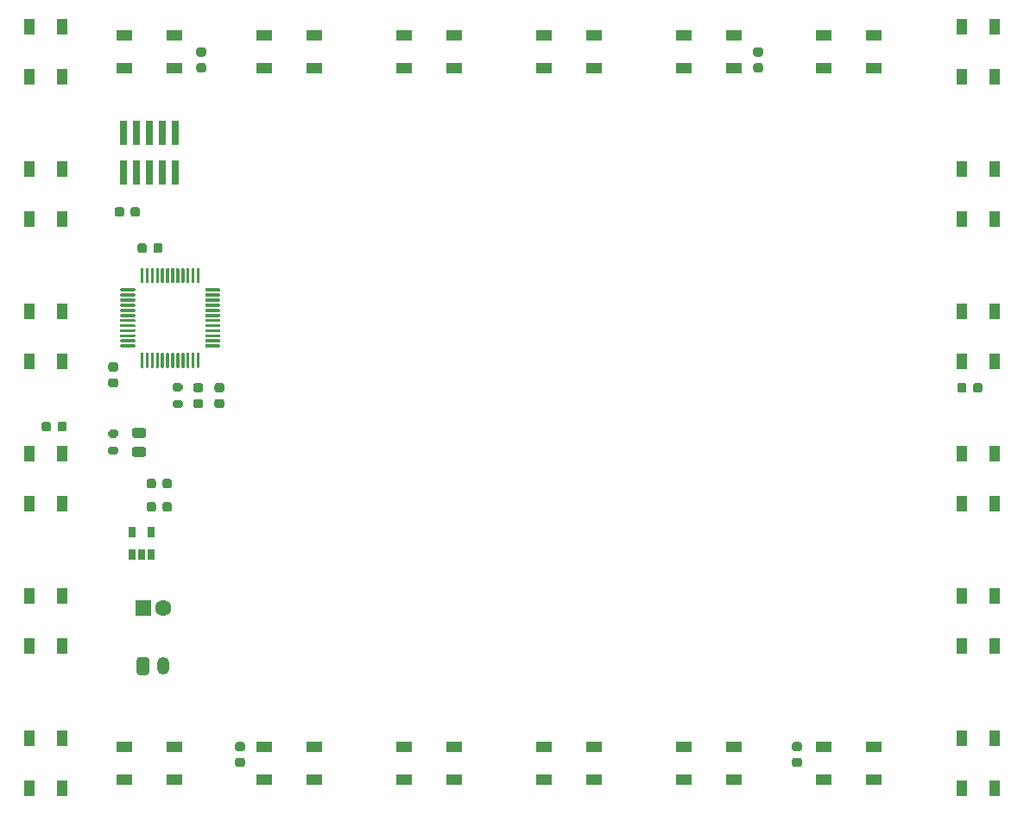
<source format=gts>
%TF.GenerationSoftware,KiCad,Pcbnew,5.1.10*%
%TF.CreationDate,2021-05-09T20:03:51-07:00*%
%TF.ProjectId,ECE148_LED,45434531-3438-45f4-9c45-442e6b696361,rev?*%
%TF.SameCoordinates,Original*%
%TF.FileFunction,Soldermask,Top*%
%TF.FilePolarity,Negative*%
%FSLAX46Y46*%
G04 Gerber Fmt 4.6, Leading zero omitted, Abs format (unit mm)*
G04 Created by KiCad (PCBNEW 5.1.10) date 2021-05-09 20:03:51*
%MOMM*%
%LPD*%
G01*
G04 APERTURE LIST*
%ADD10R,0.740000X2.400000*%
%ADD11R,1.500000X1.000000*%
%ADD12C,1.600000*%
%ADD13R,1.600000X1.600000*%
%ADD14R,0.650000X1.060000*%
%ADD15O,1.200000X1.750000*%
%ADD16R,1.000000X1.500000*%
G04 APERTURE END LIST*
G36*
G01*
X50652000Y-62682000D02*
X50652000Y-64007000D01*
G75*
G02*
X50577000Y-64082000I-75000J0D01*
G01*
X50427000Y-64082000D01*
G75*
G02*
X50352000Y-64007000I0J75000D01*
G01*
X50352000Y-62682000D01*
G75*
G02*
X50427000Y-62607000I75000J0D01*
G01*
X50577000Y-62607000D01*
G75*
G02*
X50652000Y-62682000I0J-75000D01*
G01*
G37*
G36*
G01*
X50152000Y-62682000D02*
X50152000Y-64007000D01*
G75*
G02*
X50077000Y-64082000I-75000J0D01*
G01*
X49927000Y-64082000D01*
G75*
G02*
X49852000Y-64007000I0J75000D01*
G01*
X49852000Y-62682000D01*
G75*
G02*
X49927000Y-62607000I75000J0D01*
G01*
X50077000Y-62607000D01*
G75*
G02*
X50152000Y-62682000I0J-75000D01*
G01*
G37*
G36*
G01*
X49652000Y-62682000D02*
X49652000Y-64007000D01*
G75*
G02*
X49577000Y-64082000I-75000J0D01*
G01*
X49427000Y-64082000D01*
G75*
G02*
X49352000Y-64007000I0J75000D01*
G01*
X49352000Y-62682000D01*
G75*
G02*
X49427000Y-62607000I75000J0D01*
G01*
X49577000Y-62607000D01*
G75*
G02*
X49652000Y-62682000I0J-75000D01*
G01*
G37*
G36*
G01*
X49152000Y-62682000D02*
X49152000Y-64007000D01*
G75*
G02*
X49077000Y-64082000I-75000J0D01*
G01*
X48927000Y-64082000D01*
G75*
G02*
X48852000Y-64007000I0J75000D01*
G01*
X48852000Y-62682000D01*
G75*
G02*
X48927000Y-62607000I75000J0D01*
G01*
X49077000Y-62607000D01*
G75*
G02*
X49152000Y-62682000I0J-75000D01*
G01*
G37*
G36*
G01*
X48652000Y-62682000D02*
X48652000Y-64007000D01*
G75*
G02*
X48577000Y-64082000I-75000J0D01*
G01*
X48427000Y-64082000D01*
G75*
G02*
X48352000Y-64007000I0J75000D01*
G01*
X48352000Y-62682000D01*
G75*
G02*
X48427000Y-62607000I75000J0D01*
G01*
X48577000Y-62607000D01*
G75*
G02*
X48652000Y-62682000I0J-75000D01*
G01*
G37*
G36*
G01*
X48152000Y-62682000D02*
X48152000Y-64007000D01*
G75*
G02*
X48077000Y-64082000I-75000J0D01*
G01*
X47927000Y-64082000D01*
G75*
G02*
X47852000Y-64007000I0J75000D01*
G01*
X47852000Y-62682000D01*
G75*
G02*
X47927000Y-62607000I75000J0D01*
G01*
X48077000Y-62607000D01*
G75*
G02*
X48152000Y-62682000I0J-75000D01*
G01*
G37*
G36*
G01*
X47652000Y-62682000D02*
X47652000Y-64007000D01*
G75*
G02*
X47577000Y-64082000I-75000J0D01*
G01*
X47427000Y-64082000D01*
G75*
G02*
X47352000Y-64007000I0J75000D01*
G01*
X47352000Y-62682000D01*
G75*
G02*
X47427000Y-62607000I75000J0D01*
G01*
X47577000Y-62607000D01*
G75*
G02*
X47652000Y-62682000I0J-75000D01*
G01*
G37*
G36*
G01*
X47152000Y-62682000D02*
X47152000Y-64007000D01*
G75*
G02*
X47077000Y-64082000I-75000J0D01*
G01*
X46927000Y-64082000D01*
G75*
G02*
X46852000Y-64007000I0J75000D01*
G01*
X46852000Y-62682000D01*
G75*
G02*
X46927000Y-62607000I75000J0D01*
G01*
X47077000Y-62607000D01*
G75*
G02*
X47152000Y-62682000I0J-75000D01*
G01*
G37*
G36*
G01*
X46652000Y-62682000D02*
X46652000Y-64007000D01*
G75*
G02*
X46577000Y-64082000I-75000J0D01*
G01*
X46427000Y-64082000D01*
G75*
G02*
X46352000Y-64007000I0J75000D01*
G01*
X46352000Y-62682000D01*
G75*
G02*
X46427000Y-62607000I75000J0D01*
G01*
X46577000Y-62607000D01*
G75*
G02*
X46652000Y-62682000I0J-75000D01*
G01*
G37*
G36*
G01*
X46152000Y-62682000D02*
X46152000Y-64007000D01*
G75*
G02*
X46077000Y-64082000I-75000J0D01*
G01*
X45927000Y-64082000D01*
G75*
G02*
X45852000Y-64007000I0J75000D01*
G01*
X45852000Y-62682000D01*
G75*
G02*
X45927000Y-62607000I75000J0D01*
G01*
X46077000Y-62607000D01*
G75*
G02*
X46152000Y-62682000I0J-75000D01*
G01*
G37*
G36*
G01*
X45652000Y-62682000D02*
X45652000Y-64007000D01*
G75*
G02*
X45577000Y-64082000I-75000J0D01*
G01*
X45427000Y-64082000D01*
G75*
G02*
X45352000Y-64007000I0J75000D01*
G01*
X45352000Y-62682000D01*
G75*
G02*
X45427000Y-62607000I75000J0D01*
G01*
X45577000Y-62607000D01*
G75*
G02*
X45652000Y-62682000I0J-75000D01*
G01*
G37*
G36*
G01*
X45152000Y-62682000D02*
X45152000Y-64007000D01*
G75*
G02*
X45077000Y-64082000I-75000J0D01*
G01*
X44927000Y-64082000D01*
G75*
G02*
X44852000Y-64007000I0J75000D01*
G01*
X44852000Y-62682000D01*
G75*
G02*
X44927000Y-62607000I75000J0D01*
G01*
X45077000Y-62607000D01*
G75*
G02*
X45152000Y-62682000I0J-75000D01*
G01*
G37*
G36*
G01*
X44327000Y-61857000D02*
X44327000Y-62007000D01*
G75*
G02*
X44252000Y-62082000I-75000J0D01*
G01*
X42927000Y-62082000D01*
G75*
G02*
X42852000Y-62007000I0J75000D01*
G01*
X42852000Y-61857000D01*
G75*
G02*
X42927000Y-61782000I75000J0D01*
G01*
X44252000Y-61782000D01*
G75*
G02*
X44327000Y-61857000I0J-75000D01*
G01*
G37*
G36*
G01*
X44327000Y-61357000D02*
X44327000Y-61507000D01*
G75*
G02*
X44252000Y-61582000I-75000J0D01*
G01*
X42927000Y-61582000D01*
G75*
G02*
X42852000Y-61507000I0J75000D01*
G01*
X42852000Y-61357000D01*
G75*
G02*
X42927000Y-61282000I75000J0D01*
G01*
X44252000Y-61282000D01*
G75*
G02*
X44327000Y-61357000I0J-75000D01*
G01*
G37*
G36*
G01*
X44327000Y-60857000D02*
X44327000Y-61007000D01*
G75*
G02*
X44252000Y-61082000I-75000J0D01*
G01*
X42927000Y-61082000D01*
G75*
G02*
X42852000Y-61007000I0J75000D01*
G01*
X42852000Y-60857000D01*
G75*
G02*
X42927000Y-60782000I75000J0D01*
G01*
X44252000Y-60782000D01*
G75*
G02*
X44327000Y-60857000I0J-75000D01*
G01*
G37*
G36*
G01*
X44327000Y-60357000D02*
X44327000Y-60507000D01*
G75*
G02*
X44252000Y-60582000I-75000J0D01*
G01*
X42927000Y-60582000D01*
G75*
G02*
X42852000Y-60507000I0J75000D01*
G01*
X42852000Y-60357000D01*
G75*
G02*
X42927000Y-60282000I75000J0D01*
G01*
X44252000Y-60282000D01*
G75*
G02*
X44327000Y-60357000I0J-75000D01*
G01*
G37*
G36*
G01*
X44327000Y-59857000D02*
X44327000Y-60007000D01*
G75*
G02*
X44252000Y-60082000I-75000J0D01*
G01*
X42927000Y-60082000D01*
G75*
G02*
X42852000Y-60007000I0J75000D01*
G01*
X42852000Y-59857000D01*
G75*
G02*
X42927000Y-59782000I75000J0D01*
G01*
X44252000Y-59782000D01*
G75*
G02*
X44327000Y-59857000I0J-75000D01*
G01*
G37*
G36*
G01*
X44327000Y-59357000D02*
X44327000Y-59507000D01*
G75*
G02*
X44252000Y-59582000I-75000J0D01*
G01*
X42927000Y-59582000D01*
G75*
G02*
X42852000Y-59507000I0J75000D01*
G01*
X42852000Y-59357000D01*
G75*
G02*
X42927000Y-59282000I75000J0D01*
G01*
X44252000Y-59282000D01*
G75*
G02*
X44327000Y-59357000I0J-75000D01*
G01*
G37*
G36*
G01*
X44327000Y-58857000D02*
X44327000Y-59007000D01*
G75*
G02*
X44252000Y-59082000I-75000J0D01*
G01*
X42927000Y-59082000D01*
G75*
G02*
X42852000Y-59007000I0J75000D01*
G01*
X42852000Y-58857000D01*
G75*
G02*
X42927000Y-58782000I75000J0D01*
G01*
X44252000Y-58782000D01*
G75*
G02*
X44327000Y-58857000I0J-75000D01*
G01*
G37*
G36*
G01*
X44327000Y-58357000D02*
X44327000Y-58507000D01*
G75*
G02*
X44252000Y-58582000I-75000J0D01*
G01*
X42927000Y-58582000D01*
G75*
G02*
X42852000Y-58507000I0J75000D01*
G01*
X42852000Y-58357000D01*
G75*
G02*
X42927000Y-58282000I75000J0D01*
G01*
X44252000Y-58282000D01*
G75*
G02*
X44327000Y-58357000I0J-75000D01*
G01*
G37*
G36*
G01*
X44327000Y-57857000D02*
X44327000Y-58007000D01*
G75*
G02*
X44252000Y-58082000I-75000J0D01*
G01*
X42927000Y-58082000D01*
G75*
G02*
X42852000Y-58007000I0J75000D01*
G01*
X42852000Y-57857000D01*
G75*
G02*
X42927000Y-57782000I75000J0D01*
G01*
X44252000Y-57782000D01*
G75*
G02*
X44327000Y-57857000I0J-75000D01*
G01*
G37*
G36*
G01*
X44327000Y-57357000D02*
X44327000Y-57507000D01*
G75*
G02*
X44252000Y-57582000I-75000J0D01*
G01*
X42927000Y-57582000D01*
G75*
G02*
X42852000Y-57507000I0J75000D01*
G01*
X42852000Y-57357000D01*
G75*
G02*
X42927000Y-57282000I75000J0D01*
G01*
X44252000Y-57282000D01*
G75*
G02*
X44327000Y-57357000I0J-75000D01*
G01*
G37*
G36*
G01*
X44327000Y-56857000D02*
X44327000Y-57007000D01*
G75*
G02*
X44252000Y-57082000I-75000J0D01*
G01*
X42927000Y-57082000D01*
G75*
G02*
X42852000Y-57007000I0J75000D01*
G01*
X42852000Y-56857000D01*
G75*
G02*
X42927000Y-56782000I75000J0D01*
G01*
X44252000Y-56782000D01*
G75*
G02*
X44327000Y-56857000I0J-75000D01*
G01*
G37*
G36*
G01*
X44327000Y-56357000D02*
X44327000Y-56507000D01*
G75*
G02*
X44252000Y-56582000I-75000J0D01*
G01*
X42927000Y-56582000D01*
G75*
G02*
X42852000Y-56507000I0J75000D01*
G01*
X42852000Y-56357000D01*
G75*
G02*
X42927000Y-56282000I75000J0D01*
G01*
X44252000Y-56282000D01*
G75*
G02*
X44327000Y-56357000I0J-75000D01*
G01*
G37*
G36*
G01*
X45152000Y-54357000D02*
X45152000Y-55682000D01*
G75*
G02*
X45077000Y-55757000I-75000J0D01*
G01*
X44927000Y-55757000D01*
G75*
G02*
X44852000Y-55682000I0J75000D01*
G01*
X44852000Y-54357000D01*
G75*
G02*
X44927000Y-54282000I75000J0D01*
G01*
X45077000Y-54282000D01*
G75*
G02*
X45152000Y-54357000I0J-75000D01*
G01*
G37*
G36*
G01*
X45652000Y-54357000D02*
X45652000Y-55682000D01*
G75*
G02*
X45577000Y-55757000I-75000J0D01*
G01*
X45427000Y-55757000D01*
G75*
G02*
X45352000Y-55682000I0J75000D01*
G01*
X45352000Y-54357000D01*
G75*
G02*
X45427000Y-54282000I75000J0D01*
G01*
X45577000Y-54282000D01*
G75*
G02*
X45652000Y-54357000I0J-75000D01*
G01*
G37*
G36*
G01*
X46152000Y-54357000D02*
X46152000Y-55682000D01*
G75*
G02*
X46077000Y-55757000I-75000J0D01*
G01*
X45927000Y-55757000D01*
G75*
G02*
X45852000Y-55682000I0J75000D01*
G01*
X45852000Y-54357000D01*
G75*
G02*
X45927000Y-54282000I75000J0D01*
G01*
X46077000Y-54282000D01*
G75*
G02*
X46152000Y-54357000I0J-75000D01*
G01*
G37*
G36*
G01*
X46652000Y-54357000D02*
X46652000Y-55682000D01*
G75*
G02*
X46577000Y-55757000I-75000J0D01*
G01*
X46427000Y-55757000D01*
G75*
G02*
X46352000Y-55682000I0J75000D01*
G01*
X46352000Y-54357000D01*
G75*
G02*
X46427000Y-54282000I75000J0D01*
G01*
X46577000Y-54282000D01*
G75*
G02*
X46652000Y-54357000I0J-75000D01*
G01*
G37*
G36*
G01*
X47152000Y-54357000D02*
X47152000Y-55682000D01*
G75*
G02*
X47077000Y-55757000I-75000J0D01*
G01*
X46927000Y-55757000D01*
G75*
G02*
X46852000Y-55682000I0J75000D01*
G01*
X46852000Y-54357000D01*
G75*
G02*
X46927000Y-54282000I75000J0D01*
G01*
X47077000Y-54282000D01*
G75*
G02*
X47152000Y-54357000I0J-75000D01*
G01*
G37*
G36*
G01*
X47652000Y-54357000D02*
X47652000Y-55682000D01*
G75*
G02*
X47577000Y-55757000I-75000J0D01*
G01*
X47427000Y-55757000D01*
G75*
G02*
X47352000Y-55682000I0J75000D01*
G01*
X47352000Y-54357000D01*
G75*
G02*
X47427000Y-54282000I75000J0D01*
G01*
X47577000Y-54282000D01*
G75*
G02*
X47652000Y-54357000I0J-75000D01*
G01*
G37*
G36*
G01*
X48152000Y-54357000D02*
X48152000Y-55682000D01*
G75*
G02*
X48077000Y-55757000I-75000J0D01*
G01*
X47927000Y-55757000D01*
G75*
G02*
X47852000Y-55682000I0J75000D01*
G01*
X47852000Y-54357000D01*
G75*
G02*
X47927000Y-54282000I75000J0D01*
G01*
X48077000Y-54282000D01*
G75*
G02*
X48152000Y-54357000I0J-75000D01*
G01*
G37*
G36*
G01*
X48652000Y-54357000D02*
X48652000Y-55682000D01*
G75*
G02*
X48577000Y-55757000I-75000J0D01*
G01*
X48427000Y-55757000D01*
G75*
G02*
X48352000Y-55682000I0J75000D01*
G01*
X48352000Y-54357000D01*
G75*
G02*
X48427000Y-54282000I75000J0D01*
G01*
X48577000Y-54282000D01*
G75*
G02*
X48652000Y-54357000I0J-75000D01*
G01*
G37*
G36*
G01*
X49152000Y-54357000D02*
X49152000Y-55682000D01*
G75*
G02*
X49077000Y-55757000I-75000J0D01*
G01*
X48927000Y-55757000D01*
G75*
G02*
X48852000Y-55682000I0J75000D01*
G01*
X48852000Y-54357000D01*
G75*
G02*
X48927000Y-54282000I75000J0D01*
G01*
X49077000Y-54282000D01*
G75*
G02*
X49152000Y-54357000I0J-75000D01*
G01*
G37*
G36*
G01*
X49652000Y-54357000D02*
X49652000Y-55682000D01*
G75*
G02*
X49577000Y-55757000I-75000J0D01*
G01*
X49427000Y-55757000D01*
G75*
G02*
X49352000Y-55682000I0J75000D01*
G01*
X49352000Y-54357000D01*
G75*
G02*
X49427000Y-54282000I75000J0D01*
G01*
X49577000Y-54282000D01*
G75*
G02*
X49652000Y-54357000I0J-75000D01*
G01*
G37*
G36*
G01*
X50152000Y-54357000D02*
X50152000Y-55682000D01*
G75*
G02*
X50077000Y-55757000I-75000J0D01*
G01*
X49927000Y-55757000D01*
G75*
G02*
X49852000Y-55682000I0J75000D01*
G01*
X49852000Y-54357000D01*
G75*
G02*
X49927000Y-54282000I75000J0D01*
G01*
X50077000Y-54282000D01*
G75*
G02*
X50152000Y-54357000I0J-75000D01*
G01*
G37*
G36*
G01*
X50652000Y-54357000D02*
X50652000Y-55682000D01*
G75*
G02*
X50577000Y-55757000I-75000J0D01*
G01*
X50427000Y-55757000D01*
G75*
G02*
X50352000Y-55682000I0J75000D01*
G01*
X50352000Y-54357000D01*
G75*
G02*
X50427000Y-54282000I75000J0D01*
G01*
X50577000Y-54282000D01*
G75*
G02*
X50652000Y-54357000I0J-75000D01*
G01*
G37*
G36*
G01*
X52652000Y-56357000D02*
X52652000Y-56507000D01*
G75*
G02*
X52577000Y-56582000I-75000J0D01*
G01*
X51252000Y-56582000D01*
G75*
G02*
X51177000Y-56507000I0J75000D01*
G01*
X51177000Y-56357000D01*
G75*
G02*
X51252000Y-56282000I75000J0D01*
G01*
X52577000Y-56282000D01*
G75*
G02*
X52652000Y-56357000I0J-75000D01*
G01*
G37*
G36*
G01*
X52652000Y-56857000D02*
X52652000Y-57007000D01*
G75*
G02*
X52577000Y-57082000I-75000J0D01*
G01*
X51252000Y-57082000D01*
G75*
G02*
X51177000Y-57007000I0J75000D01*
G01*
X51177000Y-56857000D01*
G75*
G02*
X51252000Y-56782000I75000J0D01*
G01*
X52577000Y-56782000D01*
G75*
G02*
X52652000Y-56857000I0J-75000D01*
G01*
G37*
G36*
G01*
X52652000Y-57357000D02*
X52652000Y-57507000D01*
G75*
G02*
X52577000Y-57582000I-75000J0D01*
G01*
X51252000Y-57582000D01*
G75*
G02*
X51177000Y-57507000I0J75000D01*
G01*
X51177000Y-57357000D01*
G75*
G02*
X51252000Y-57282000I75000J0D01*
G01*
X52577000Y-57282000D01*
G75*
G02*
X52652000Y-57357000I0J-75000D01*
G01*
G37*
G36*
G01*
X52652000Y-57857000D02*
X52652000Y-58007000D01*
G75*
G02*
X52577000Y-58082000I-75000J0D01*
G01*
X51252000Y-58082000D01*
G75*
G02*
X51177000Y-58007000I0J75000D01*
G01*
X51177000Y-57857000D01*
G75*
G02*
X51252000Y-57782000I75000J0D01*
G01*
X52577000Y-57782000D01*
G75*
G02*
X52652000Y-57857000I0J-75000D01*
G01*
G37*
G36*
G01*
X52652000Y-58357000D02*
X52652000Y-58507000D01*
G75*
G02*
X52577000Y-58582000I-75000J0D01*
G01*
X51252000Y-58582000D01*
G75*
G02*
X51177000Y-58507000I0J75000D01*
G01*
X51177000Y-58357000D01*
G75*
G02*
X51252000Y-58282000I75000J0D01*
G01*
X52577000Y-58282000D01*
G75*
G02*
X52652000Y-58357000I0J-75000D01*
G01*
G37*
G36*
G01*
X52652000Y-58857000D02*
X52652000Y-59007000D01*
G75*
G02*
X52577000Y-59082000I-75000J0D01*
G01*
X51252000Y-59082000D01*
G75*
G02*
X51177000Y-59007000I0J75000D01*
G01*
X51177000Y-58857000D01*
G75*
G02*
X51252000Y-58782000I75000J0D01*
G01*
X52577000Y-58782000D01*
G75*
G02*
X52652000Y-58857000I0J-75000D01*
G01*
G37*
G36*
G01*
X52652000Y-59357000D02*
X52652000Y-59507000D01*
G75*
G02*
X52577000Y-59582000I-75000J0D01*
G01*
X51252000Y-59582000D01*
G75*
G02*
X51177000Y-59507000I0J75000D01*
G01*
X51177000Y-59357000D01*
G75*
G02*
X51252000Y-59282000I75000J0D01*
G01*
X52577000Y-59282000D01*
G75*
G02*
X52652000Y-59357000I0J-75000D01*
G01*
G37*
G36*
G01*
X52652000Y-59857000D02*
X52652000Y-60007000D01*
G75*
G02*
X52577000Y-60082000I-75000J0D01*
G01*
X51252000Y-60082000D01*
G75*
G02*
X51177000Y-60007000I0J75000D01*
G01*
X51177000Y-59857000D01*
G75*
G02*
X51252000Y-59782000I75000J0D01*
G01*
X52577000Y-59782000D01*
G75*
G02*
X52652000Y-59857000I0J-75000D01*
G01*
G37*
G36*
G01*
X52652000Y-60357000D02*
X52652000Y-60507000D01*
G75*
G02*
X52577000Y-60582000I-75000J0D01*
G01*
X51252000Y-60582000D01*
G75*
G02*
X51177000Y-60507000I0J75000D01*
G01*
X51177000Y-60357000D01*
G75*
G02*
X51252000Y-60282000I75000J0D01*
G01*
X52577000Y-60282000D01*
G75*
G02*
X52652000Y-60357000I0J-75000D01*
G01*
G37*
G36*
G01*
X52652000Y-60857000D02*
X52652000Y-61007000D01*
G75*
G02*
X52577000Y-61082000I-75000J0D01*
G01*
X51252000Y-61082000D01*
G75*
G02*
X51177000Y-61007000I0J75000D01*
G01*
X51177000Y-60857000D01*
G75*
G02*
X51252000Y-60782000I75000J0D01*
G01*
X52577000Y-60782000D01*
G75*
G02*
X52652000Y-60857000I0J-75000D01*
G01*
G37*
G36*
G01*
X52652000Y-61357000D02*
X52652000Y-61507000D01*
G75*
G02*
X52577000Y-61582000I-75000J0D01*
G01*
X51252000Y-61582000D01*
G75*
G02*
X51177000Y-61507000I0J75000D01*
G01*
X51177000Y-61357000D01*
G75*
G02*
X51252000Y-61282000I75000J0D01*
G01*
X52577000Y-61282000D01*
G75*
G02*
X52652000Y-61357000I0J-75000D01*
G01*
G37*
G36*
G01*
X52652000Y-61857000D02*
X52652000Y-62007000D01*
G75*
G02*
X52577000Y-62082000I-75000J0D01*
G01*
X51252000Y-62082000D01*
G75*
G02*
X51177000Y-62007000I0J75000D01*
G01*
X51177000Y-61857000D01*
G75*
G02*
X51252000Y-61782000I75000J0D01*
G01*
X52577000Y-61782000D01*
G75*
G02*
X52652000Y-61857000I0J-75000D01*
G01*
G37*
D10*
X43180000Y-44876000D03*
X43180000Y-40976000D03*
X44450000Y-44876000D03*
X44450000Y-40976000D03*
X45720000Y-44876000D03*
X45720000Y-40976000D03*
X46990000Y-44876000D03*
X46990000Y-40976000D03*
X48260000Y-44876000D03*
X48260000Y-40976000D03*
D11*
X84418000Y-101270000D03*
X84418000Y-104470000D03*
X89318000Y-101270000D03*
X89318000Y-104470000D03*
X98134000Y-101270000D03*
X98134000Y-104470000D03*
X103034000Y-101270000D03*
X103034000Y-104470000D03*
X70702000Y-101270000D03*
X70702000Y-104470000D03*
X75602000Y-101270000D03*
X75602000Y-104470000D03*
G36*
G01*
X36060000Y-69600000D02*
X36060000Y-70100000D01*
G75*
G02*
X35835000Y-70325000I-225000J0D01*
G01*
X35385000Y-70325000D01*
G75*
G02*
X35160000Y-70100000I0J225000D01*
G01*
X35160000Y-69600000D01*
G75*
G02*
X35385000Y-69375000I225000J0D01*
G01*
X35835000Y-69375000D01*
G75*
G02*
X36060000Y-69600000I0J-225000D01*
G01*
G37*
G36*
G01*
X37610000Y-69600000D02*
X37610000Y-70100000D01*
G75*
G02*
X37385000Y-70325000I-225000J0D01*
G01*
X36935000Y-70325000D01*
G75*
G02*
X36710000Y-70100000I0J225000D01*
G01*
X36710000Y-69600000D01*
G75*
G02*
X36935000Y-69375000I225000J0D01*
G01*
X37385000Y-69375000D01*
G75*
G02*
X37610000Y-69600000I0J-225000D01*
G01*
G37*
G36*
G01*
X54360000Y-102370000D02*
X54860000Y-102370000D01*
G75*
G02*
X55085000Y-102595000I0J-225000D01*
G01*
X55085000Y-103045000D01*
G75*
G02*
X54860000Y-103270000I-225000J0D01*
G01*
X54360000Y-103270000D01*
G75*
G02*
X54135000Y-103045000I0J225000D01*
G01*
X54135000Y-102595000D01*
G75*
G02*
X54360000Y-102370000I225000J0D01*
G01*
G37*
G36*
G01*
X54360000Y-100820000D02*
X54860000Y-100820000D01*
G75*
G02*
X55085000Y-101045000I0J-225000D01*
G01*
X55085000Y-101495000D01*
G75*
G02*
X54860000Y-101720000I-225000J0D01*
G01*
X54360000Y-101720000D01*
G75*
G02*
X54135000Y-101495000I0J225000D01*
G01*
X54135000Y-101045000D01*
G75*
G02*
X54360000Y-100820000I225000J0D01*
G01*
G37*
G36*
G01*
X108970000Y-102370000D02*
X109470000Y-102370000D01*
G75*
G02*
X109695000Y-102595000I0J-225000D01*
G01*
X109695000Y-103045000D01*
G75*
G02*
X109470000Y-103270000I-225000J0D01*
G01*
X108970000Y-103270000D01*
G75*
G02*
X108745000Y-103045000I0J225000D01*
G01*
X108745000Y-102595000D01*
G75*
G02*
X108970000Y-102370000I225000J0D01*
G01*
G37*
G36*
G01*
X108970000Y-100820000D02*
X109470000Y-100820000D01*
G75*
G02*
X109695000Y-101045000I0J-225000D01*
G01*
X109695000Y-101495000D01*
G75*
G02*
X109470000Y-101720000I-225000J0D01*
G01*
X108970000Y-101720000D01*
G75*
G02*
X108745000Y-101495000I0J225000D01*
G01*
X108745000Y-101045000D01*
G75*
G02*
X108970000Y-100820000I225000J0D01*
G01*
G37*
G36*
G01*
X126500000Y-66290000D02*
X126500000Y-65790000D01*
G75*
G02*
X126725000Y-65565000I225000J0D01*
G01*
X127175000Y-65565000D01*
G75*
G02*
X127400000Y-65790000I0J-225000D01*
G01*
X127400000Y-66290000D01*
G75*
G02*
X127175000Y-66515000I-225000J0D01*
G01*
X126725000Y-66515000D01*
G75*
G02*
X126500000Y-66290000I0J225000D01*
G01*
G37*
G36*
G01*
X124950000Y-66290000D02*
X124950000Y-65790000D01*
G75*
G02*
X125175000Y-65565000I225000J0D01*
G01*
X125625000Y-65565000D01*
G75*
G02*
X125850000Y-65790000I0J-225000D01*
G01*
X125850000Y-66290000D01*
G75*
G02*
X125625000Y-66515000I-225000J0D01*
G01*
X125175000Y-66515000D01*
G75*
G02*
X124950000Y-66290000I0J225000D01*
G01*
G37*
G36*
G01*
X105660000Y-33520000D02*
X105160000Y-33520000D01*
G75*
G02*
X104935000Y-33295000I0J225000D01*
G01*
X104935000Y-32845000D01*
G75*
G02*
X105160000Y-32620000I225000J0D01*
G01*
X105660000Y-32620000D01*
G75*
G02*
X105885000Y-32845000I0J-225000D01*
G01*
X105885000Y-33295000D01*
G75*
G02*
X105660000Y-33520000I-225000J0D01*
G01*
G37*
G36*
G01*
X105660000Y-35070000D02*
X105160000Y-35070000D01*
G75*
G02*
X104935000Y-34845000I0J225000D01*
G01*
X104935000Y-34395000D01*
G75*
G02*
X105160000Y-34170000I225000J0D01*
G01*
X105660000Y-34170000D01*
G75*
G02*
X105885000Y-34395000I0J-225000D01*
G01*
X105885000Y-34845000D01*
G75*
G02*
X105660000Y-35070000I-225000J0D01*
G01*
G37*
D12*
X47085000Y-87630000D03*
D13*
X45085000Y-87630000D03*
G36*
G01*
X51050000Y-33520000D02*
X50550000Y-33520000D01*
G75*
G02*
X50325000Y-33295000I0J225000D01*
G01*
X50325000Y-32845000D01*
G75*
G02*
X50550000Y-32620000I225000J0D01*
G01*
X51050000Y-32620000D01*
G75*
G02*
X51275000Y-32845000I0J-225000D01*
G01*
X51275000Y-33295000D01*
G75*
G02*
X51050000Y-33520000I-225000J0D01*
G01*
G37*
G36*
G01*
X51050000Y-35070000D02*
X50550000Y-35070000D01*
G75*
G02*
X50325000Y-34845000I0J225000D01*
G01*
X50325000Y-34395000D01*
G75*
G02*
X50550000Y-34170000I225000J0D01*
G01*
X51050000Y-34170000D01*
G75*
G02*
X51275000Y-34395000I0J-225000D01*
G01*
X51275000Y-34845000D01*
G75*
G02*
X51050000Y-35070000I-225000J0D01*
G01*
G37*
D14*
X44008000Y-80180000D03*
X45908000Y-80180000D03*
X45908000Y-82380000D03*
X44958000Y-82380000D03*
X44008000Y-82380000D03*
G36*
G01*
X41889000Y-71799000D02*
X42439000Y-71799000D01*
G75*
G02*
X42639000Y-71999000I0J-200000D01*
G01*
X42639000Y-72399000D01*
G75*
G02*
X42439000Y-72599000I-200000J0D01*
G01*
X41889000Y-72599000D01*
G75*
G02*
X41689000Y-72399000I0J200000D01*
G01*
X41689000Y-71999000D01*
G75*
G02*
X41889000Y-71799000I200000J0D01*
G01*
G37*
G36*
G01*
X41889000Y-70149000D02*
X42439000Y-70149000D01*
G75*
G02*
X42639000Y-70349000I0J-200000D01*
G01*
X42639000Y-70749000D01*
G75*
G02*
X42439000Y-70949000I-200000J0D01*
G01*
X41889000Y-70949000D01*
G75*
G02*
X41689000Y-70749000I0J200000D01*
G01*
X41689000Y-70349000D01*
G75*
G02*
X41889000Y-70149000I200000J0D01*
G01*
G37*
G36*
G01*
X48777000Y-66377000D02*
X48227000Y-66377000D01*
G75*
G02*
X48027000Y-66177000I0J200000D01*
G01*
X48027000Y-65777000D01*
G75*
G02*
X48227000Y-65577000I200000J0D01*
G01*
X48777000Y-65577000D01*
G75*
G02*
X48977000Y-65777000I0J-200000D01*
G01*
X48977000Y-66177000D01*
G75*
G02*
X48777000Y-66377000I-200000J0D01*
G01*
G37*
G36*
G01*
X48777000Y-68027000D02*
X48227000Y-68027000D01*
G75*
G02*
X48027000Y-67827000I0J200000D01*
G01*
X48027000Y-67427000D01*
G75*
G02*
X48227000Y-67227000I200000J0D01*
G01*
X48777000Y-67227000D01*
G75*
G02*
X48977000Y-67427000I0J-200000D01*
G01*
X48977000Y-67827000D01*
G75*
G02*
X48777000Y-68027000I-200000J0D01*
G01*
G37*
D15*
X47085000Y-93345000D03*
G36*
G01*
X44485000Y-93970001D02*
X44485000Y-92719999D01*
G75*
G02*
X44734999Y-92470000I249999J0D01*
G01*
X45435001Y-92470000D01*
G75*
G02*
X45685000Y-92719999I0J-249999D01*
G01*
X45685000Y-93970001D01*
G75*
G02*
X45435001Y-94220000I-249999J0D01*
G01*
X44734999Y-94220000D01*
G75*
G02*
X44485000Y-93970001I0J249999D01*
G01*
G37*
G36*
G01*
X44247750Y-71844000D02*
X45160250Y-71844000D01*
G75*
G02*
X45404000Y-72087750I0J-243750D01*
G01*
X45404000Y-72575250D01*
G75*
G02*
X45160250Y-72819000I-243750J0D01*
G01*
X44247750Y-72819000D01*
G75*
G02*
X44004000Y-72575250I0J243750D01*
G01*
X44004000Y-72087750D01*
G75*
G02*
X44247750Y-71844000I243750J0D01*
G01*
G37*
G36*
G01*
X44247750Y-69969000D02*
X45160250Y-69969000D01*
G75*
G02*
X45404000Y-70212750I0J-243750D01*
G01*
X45404000Y-70700250D01*
G75*
G02*
X45160250Y-70944000I-243750J0D01*
G01*
X44247750Y-70944000D01*
G75*
G02*
X44004000Y-70700250I0J243750D01*
G01*
X44004000Y-70212750D01*
G75*
G02*
X44247750Y-69969000I243750J0D01*
G01*
G37*
G36*
G01*
X41914000Y-65095000D02*
X42414000Y-65095000D01*
G75*
G02*
X42639000Y-65320000I0J-225000D01*
G01*
X42639000Y-65770000D01*
G75*
G02*
X42414000Y-65995000I-225000J0D01*
G01*
X41914000Y-65995000D01*
G75*
G02*
X41689000Y-65770000I0J225000D01*
G01*
X41689000Y-65320000D01*
G75*
G02*
X41914000Y-65095000I225000J0D01*
G01*
G37*
G36*
G01*
X41914000Y-63545000D02*
X42414000Y-63545000D01*
G75*
G02*
X42639000Y-63770000I0J-225000D01*
G01*
X42639000Y-64220000D01*
G75*
G02*
X42414000Y-64445000I-225000J0D01*
G01*
X41914000Y-64445000D01*
G75*
G02*
X41689000Y-64220000I0J225000D01*
G01*
X41689000Y-63770000D01*
G75*
G02*
X41914000Y-63545000I225000J0D01*
G01*
G37*
G36*
G01*
X46102000Y-52574000D02*
X46102000Y-52074000D01*
G75*
G02*
X46327000Y-51849000I225000J0D01*
G01*
X46777000Y-51849000D01*
G75*
G02*
X47002000Y-52074000I0J-225000D01*
G01*
X47002000Y-52574000D01*
G75*
G02*
X46777000Y-52799000I-225000J0D01*
G01*
X46327000Y-52799000D01*
G75*
G02*
X46102000Y-52574000I0J225000D01*
G01*
G37*
G36*
G01*
X44552000Y-52574000D02*
X44552000Y-52074000D01*
G75*
G02*
X44777000Y-51849000I225000J0D01*
G01*
X45227000Y-51849000D01*
G75*
G02*
X45452000Y-52074000I0J-225000D01*
G01*
X45452000Y-52574000D01*
G75*
G02*
X45227000Y-52799000I-225000J0D01*
G01*
X44777000Y-52799000D01*
G75*
G02*
X44552000Y-52574000I0J225000D01*
G01*
G37*
G36*
G01*
X50252000Y-67127000D02*
X50752000Y-67127000D01*
G75*
G02*
X50977000Y-67352000I0J-225000D01*
G01*
X50977000Y-67802000D01*
G75*
G02*
X50752000Y-68027000I-225000J0D01*
G01*
X50252000Y-68027000D01*
G75*
G02*
X50027000Y-67802000I0J225000D01*
G01*
X50027000Y-67352000D01*
G75*
G02*
X50252000Y-67127000I225000J0D01*
G01*
G37*
G36*
G01*
X50252000Y-65577000D02*
X50752000Y-65577000D01*
G75*
G02*
X50977000Y-65802000I0J-225000D01*
G01*
X50977000Y-66252000D01*
G75*
G02*
X50752000Y-66477000I-225000J0D01*
G01*
X50252000Y-66477000D01*
G75*
G02*
X50027000Y-66252000I0J225000D01*
G01*
X50027000Y-65802000D01*
G75*
G02*
X50252000Y-65577000I225000J0D01*
G01*
G37*
G36*
G01*
X52328000Y-67127000D02*
X52828000Y-67127000D01*
G75*
G02*
X53053000Y-67352000I0J-225000D01*
G01*
X53053000Y-67802000D01*
G75*
G02*
X52828000Y-68027000I-225000J0D01*
G01*
X52328000Y-68027000D01*
G75*
G02*
X52103000Y-67802000I0J225000D01*
G01*
X52103000Y-67352000D01*
G75*
G02*
X52328000Y-67127000I225000J0D01*
G01*
G37*
G36*
G01*
X52328000Y-65577000D02*
X52828000Y-65577000D01*
G75*
G02*
X53053000Y-65802000I0J-225000D01*
G01*
X53053000Y-66252000D01*
G75*
G02*
X52828000Y-66477000I-225000J0D01*
G01*
X52328000Y-66477000D01*
G75*
G02*
X52103000Y-66252000I0J225000D01*
G01*
X52103000Y-65802000D01*
G75*
G02*
X52328000Y-65577000I225000J0D01*
G01*
G37*
G36*
G01*
X47008000Y-75688000D02*
X47008000Y-75188000D01*
G75*
G02*
X47233000Y-74963000I225000J0D01*
G01*
X47683000Y-74963000D01*
G75*
G02*
X47908000Y-75188000I0J-225000D01*
G01*
X47908000Y-75688000D01*
G75*
G02*
X47683000Y-75913000I-225000J0D01*
G01*
X47233000Y-75913000D01*
G75*
G02*
X47008000Y-75688000I0J225000D01*
G01*
G37*
G36*
G01*
X45458000Y-75688000D02*
X45458000Y-75188000D01*
G75*
G02*
X45683000Y-74963000I225000J0D01*
G01*
X46133000Y-74963000D01*
G75*
G02*
X46358000Y-75188000I0J-225000D01*
G01*
X46358000Y-75688000D01*
G75*
G02*
X46133000Y-75913000I-225000J0D01*
G01*
X45683000Y-75913000D01*
G75*
G02*
X45458000Y-75688000I0J225000D01*
G01*
G37*
G36*
G01*
X47008000Y-77974000D02*
X47008000Y-77474000D01*
G75*
G02*
X47233000Y-77249000I225000J0D01*
G01*
X47683000Y-77249000D01*
G75*
G02*
X47908000Y-77474000I0J-225000D01*
G01*
X47908000Y-77974000D01*
G75*
G02*
X47683000Y-78199000I-225000J0D01*
G01*
X47233000Y-78199000D01*
G75*
G02*
X47008000Y-77974000I0J225000D01*
G01*
G37*
G36*
G01*
X45458000Y-77974000D02*
X45458000Y-77474000D01*
G75*
G02*
X45683000Y-77249000I225000J0D01*
G01*
X46133000Y-77249000D01*
G75*
G02*
X46358000Y-77474000I0J-225000D01*
G01*
X46358000Y-77974000D01*
G75*
G02*
X46133000Y-78199000I-225000J0D01*
G01*
X45683000Y-78199000D01*
G75*
G02*
X45458000Y-77974000I0J225000D01*
G01*
G37*
G36*
G01*
X43227000Y-48518000D02*
X43227000Y-49018000D01*
G75*
G02*
X43002000Y-49243000I-225000J0D01*
G01*
X42552000Y-49243000D01*
G75*
G02*
X42327000Y-49018000I0J225000D01*
G01*
X42327000Y-48518000D01*
G75*
G02*
X42552000Y-48293000I225000J0D01*
G01*
X43002000Y-48293000D01*
G75*
G02*
X43227000Y-48518000I0J-225000D01*
G01*
G37*
G36*
G01*
X44777000Y-48518000D02*
X44777000Y-49018000D01*
G75*
G02*
X44552000Y-49243000I-225000J0D01*
G01*
X44102000Y-49243000D01*
G75*
G02*
X43877000Y-49018000I0J225000D01*
G01*
X43877000Y-48518000D01*
G75*
G02*
X44102000Y-48293000I225000J0D01*
G01*
X44552000Y-48293000D01*
G75*
G02*
X44777000Y-48518000I0J-225000D01*
G01*
G37*
D11*
X111850000Y-101270000D03*
X111850000Y-104470000D03*
X116750000Y-101270000D03*
X116750000Y-104470000D03*
X56986000Y-101270000D03*
X56986000Y-104470000D03*
X61886000Y-101270000D03*
X61886000Y-104470000D03*
X43270000Y-101270000D03*
X43270000Y-104470000D03*
X48170000Y-101270000D03*
X48170000Y-104470000D03*
D16*
X37160000Y-100420000D03*
X33960000Y-100420000D03*
X37160000Y-105320000D03*
X33960000Y-105320000D03*
X125400000Y-105320000D03*
X128600000Y-105320000D03*
X125400000Y-100420000D03*
X128600000Y-100420000D03*
X37160000Y-86450000D03*
X33960000Y-86450000D03*
X37160000Y-91350000D03*
X33960000Y-91350000D03*
X125400000Y-91350000D03*
X128600000Y-91350000D03*
X125400000Y-86450000D03*
X128600000Y-86450000D03*
X37160000Y-72480000D03*
X33960000Y-72480000D03*
X37160000Y-77380000D03*
X33960000Y-77380000D03*
X125400000Y-77380000D03*
X128600000Y-77380000D03*
X125400000Y-72480000D03*
X128600000Y-72480000D03*
X37160000Y-58510000D03*
X33960000Y-58510000D03*
X37160000Y-63410000D03*
X33960000Y-63410000D03*
X125400000Y-63410000D03*
X128600000Y-63410000D03*
X125400000Y-58510000D03*
X128600000Y-58510000D03*
X37160000Y-44540000D03*
X33960000Y-44540000D03*
X37160000Y-49440000D03*
X33960000Y-49440000D03*
X125400000Y-49440000D03*
X128600000Y-49440000D03*
X125400000Y-44540000D03*
X128600000Y-44540000D03*
X37160000Y-30570000D03*
X33960000Y-30570000D03*
X37160000Y-35470000D03*
X33960000Y-35470000D03*
X125400000Y-35470000D03*
X128600000Y-35470000D03*
X125400000Y-30570000D03*
X128600000Y-30570000D03*
D11*
X116750000Y-34620000D03*
X116750000Y-31420000D03*
X111850000Y-34620000D03*
X111850000Y-31420000D03*
X103034000Y-34620000D03*
X103034000Y-31420000D03*
X98134000Y-34620000D03*
X98134000Y-31420000D03*
X89318000Y-34620000D03*
X89318000Y-31420000D03*
X84418000Y-34620000D03*
X84418000Y-31420000D03*
X75602000Y-34620000D03*
X75602000Y-31420000D03*
X70702000Y-34620000D03*
X70702000Y-31420000D03*
X61886000Y-34620000D03*
X61886000Y-31420000D03*
X56986000Y-34620000D03*
X56986000Y-31420000D03*
X48170000Y-34620000D03*
X48170000Y-31420000D03*
X43270000Y-34620000D03*
X43270000Y-31420000D03*
M02*

</source>
